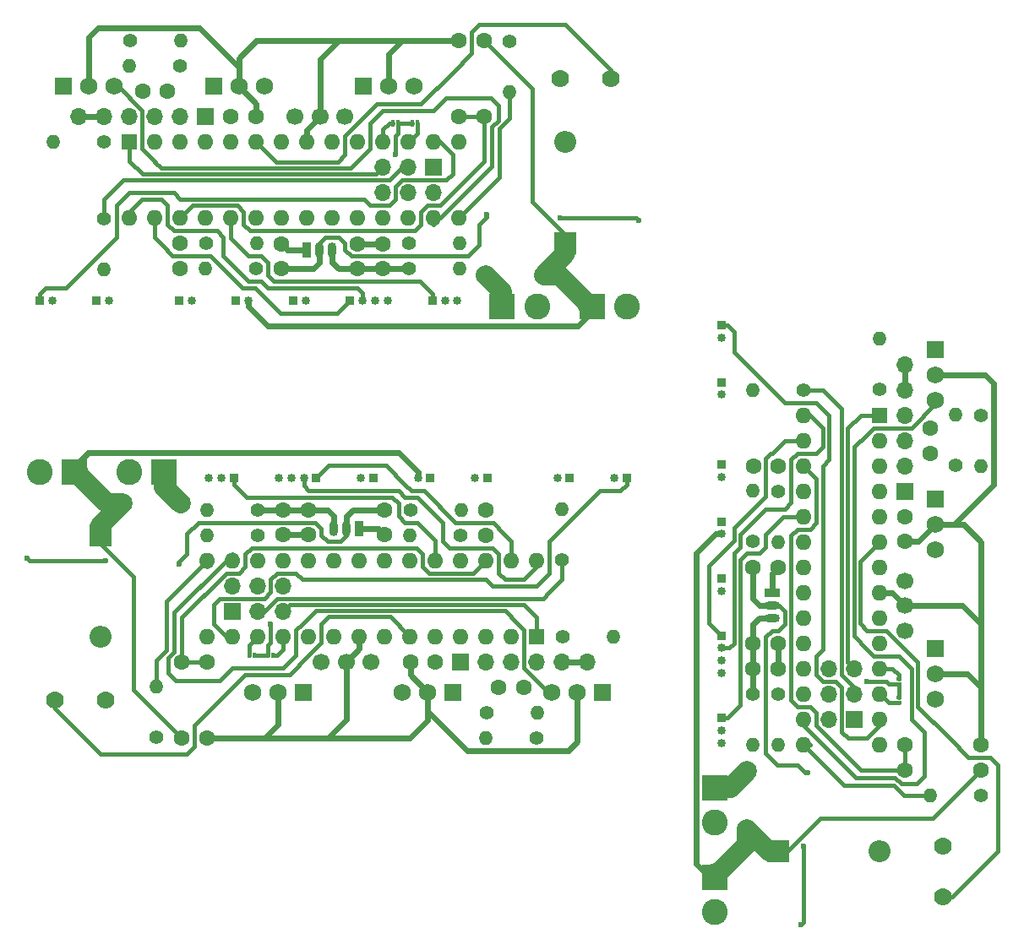
<source format=gtl>
%MOIN*%
%OFA0B0*%
%FSLAX46Y46*%
%IPPOS*%
%LPD*%
%AMREC210*
4,1,3,
0.043307086614173228,0.043307086614173242,
-0.043307086614173242,0.043307086614173228,
-0.043307086614173228,-0.043307086614173242,
0.043307086614173242,-0.043307086614173228,
0*%
%AMREC220*
4,1,3,
0.033464566929133854,0.033464566929133861,
-0.033464566929133861,0.033464566929133854,
-0.033464566929133854,-0.033464566929133861,
0.033464566929133861,-0.033464566929133854,
0*%
%AMREC230*
4,1,3,
0.03444881889763779,0.0344488188976378,
-0.0344488188976378,0.03444881889763779,
-0.03444881889763779,-0.0344488188976378,
0.0344488188976378,-0.03444881889763779,
0*%
%AMREC240*
4,1,3,
0.031496062992125984,0.031496062992125991,
-0.031496062992125991,0.031496062992125984,
-0.031496062992125984,-0.031496062992125991,
0.031496062992125991,-0.031496062992125984,
0*%
%AMREC250*
4,1,3,
0.051181102362204724,0.051181102362204738,
-0.051181102362204738,0.051181102362204724,
-0.051181102362204724,-0.051181102362204738,
0.051181102362204738,-0.051181102362204724,
0*%
%AMREC260*
4,1,3,
0.017716535433070862,0.029527559055118113,
-0.017716535433070873,0.029527559055118113,
-0.017716535433070862,-0.029527559055118113,
0.017716535433070873,-0.029527559055118113,
0*%
%AMREC270*
4,1,3,
0.016732283464566927,0.016732283464566931,
-0.016732283464566931,0.016732283464566927,
-0.016732283464566927,-0.016732283464566931,
0.016732283464566931,-0.016732283464566927,
0*%
%AMREC280*
4,1,3,
0.007874015748031496,0.011811023622047244,
-0.0078740157480314977,0.011811023622047244,
-0.007874015748031496,-0.011811023622047244,
0.0078740157480314977,-0.011811023622047244,
0*%
%ADD10C,0.0039370078740157488*%
%ADD11R,0.086614173228346469X0.086614173228346469*%
%ADD12O,0.086614173228346469X0.086614173228346469*%
%ADD13C,0.07874015748031496*%
%ADD14C,0.07*%
%ADD15R,0.066929133858267723X0.066929133858267723*%
%ADD16O,0.066929133858267723X0.066929133858267723*%
%ADD17C,0.068897637795275593*%
%ADD18R,0.068897637795275593X0.068897637795275593*%
%ADD19R,0.062992125984251982X0.062992125984251982*%
%ADD20O,0.062992125984251982X0.062992125984251982*%
%ADD21R,0.10236220472440946X0.10236220472440946*%
%ADD22C,0.10236220472440946*%
%ADD23C,0.066929133858267723*%
%ADD24C,0.055118110236220472*%
%ADD25O,0.055118110236220472X0.055118110236220472*%
%ADD26C,0.062992125984251982*%
%ADD27O,0.035433070866141732X0.059055118110236227*%
%ADD28R,0.035433070866141732X0.059055118110236227*%
%ADD29R,0.033464566929133861X0.033464566929133861*%
%ADD30C,0.033464566929133861*%
%ADD31R,0.015748031496062995X0.023622047244094488*%
%ADD32C,0.023622047244094488*%
%ADD33C,0.016*%
%ADD34C,0.024000000000000004*%
%ADD35C,0.08*%
%ADD46C,0.0039370078740157488*%
%AMCOMP57*
4,1,3,
0.043307086614173228,0.043307086614173242,
-0.043307086614173242,0.043307086614173228,
-0.043307086614173228,-0.043307086614173242,
0.043307086614173242,-0.043307086614173228,
0*%
%ADD47COMP57*%
%ADD48O,0.086614173228346469X0.086614173228346469*%
%ADD49C,0.07874015748031496*%
%ADD50C,0.07*%
%AMCOMP58*
4,1,3,
0.033464566929133854,0.033464566929133861,
-0.033464566929133861,0.033464566929133854,
-0.033464566929133854,-0.033464566929133861,
0.033464566929133861,-0.033464566929133854,
0*%
%ADD51COMP58*%
%ADD52O,0.066929133858267723X0.066929133858267723*%
%ADD53C,0.068897637795275593*%
%AMCOMP59*
4,1,3,
0.03444881889763779,0.0344488188976378,
-0.0344488188976378,0.03444881889763779,
-0.03444881889763779,-0.0344488188976378,
0.0344488188976378,-0.03444881889763779,
0*%
%ADD54COMP59*%
%AMCOMP60*
4,1,3,
0.031496062992125984,0.031496062992125991,
-0.031496062992125991,0.031496062992125984,
-0.031496062992125984,-0.031496062992125991,
0.031496062992125991,-0.031496062992125984,
0*%
%ADD55COMP60*%
%ADD56O,0.062992125984251982X0.062992125984251982*%
%AMCOMP61*
4,1,3,
0.051181102362204724,0.051181102362204738,
-0.051181102362204738,0.051181102362204724,
-0.051181102362204724,-0.051181102362204738,
0.051181102362204738,-0.051181102362204724,
0*%
%ADD57COMP61*%
%ADD58C,0.10236220472440946*%
%ADD59C,0.066929133858267723*%
%ADD60C,0.055118110236220472*%
%ADD61O,0.055118110236220472X0.055118110236220472*%
%ADD62C,0.062992125984251982*%
%ADD63O,0.035433070866141732X0.059055118110236227*%
%AMCOMP62*
4,1,3,
0.017716535433070862,0.029527559055118113,
-0.017716535433070873,0.029527559055118113,
-0.017716535433070862,-0.029527559055118113,
0.017716535433070873,-0.029527559055118113,
0*%
%ADD64COMP62*%
%AMCOMP63*
4,1,3,
0.016732283464566927,0.016732283464566931,
-0.016732283464566931,0.016732283464566927,
-0.016732283464566927,-0.016732283464566931,
0.016732283464566931,-0.016732283464566927,
0*%
%ADD65COMP63*%
%ADD66C,0.033464566929133861*%
%AMCOMP64*
4,1,3,
0.007874015748031496,0.011811023622047244,
-0.0078740157480314977,0.011811023622047244,
-0.007874015748031496,-0.011811023622047244,
0.0078740157480314977,-0.011811023622047244,
0*%
%ADD67COMP64*%
%ADD68C,0.023622047244094488*%
%ADD69C,0.016*%
%ADD70C,0.024000000000000004*%
%ADD71C,0.08*%
%ADD72C,0.0039370078740157488*%
%ADD73R,0.086614173228346469X0.086614173228346469*%
%ADD74O,0.086614173228346469X0.086614173228346469*%
%ADD75C,0.07874015748031496*%
%ADD76C,0.07*%
%ADD77R,0.066929133858267723X0.066929133858267723*%
%ADD78O,0.066929133858267723X0.066929133858267723*%
%ADD79C,0.068897637795275593*%
%ADD80R,0.068897637795275593X0.068897637795275593*%
%ADD81R,0.062992125984251982X0.062992125984251982*%
%ADD82O,0.062992125984251982X0.062992125984251982*%
%ADD83R,0.10236220472440946X0.10236220472440946*%
%ADD84C,0.10236220472440946*%
%ADD85C,0.066929133858267723*%
%ADD86C,0.055118110236220472*%
%ADD87O,0.055118110236220472X0.055118110236220472*%
%ADD88C,0.062992125984251982*%
%ADD89O,0.059055118110236227X0.035433070866141732*%
%ADD90R,0.059055118110236227X0.035433070866141732*%
%ADD91R,0.033464566929133861X0.033464566929133861*%
%ADD92C,0.033464566929133861*%
%ADD93R,0.023622047244094488X0.015748031496062995*%
%ADD94C,0.023622047244094488*%
%ADD95C,0.016*%
%ADD96C,0.024000000000000004*%
%ADD97C,0.08*%
G01*
D10*
D11*
X-0004606299Y0005275590D02*
X0000343307Y0001629330D03*
D12*
X0000343307Y0001229330D03*
D13*
X0000429133Y0001754330D03*
X0000657480Y0001754330D03*
D14*
X0000363307Y0000979330D03*
X0000163307Y0000979330D03*
D15*
X0001763307Y0001129330D03*
D16*
X0001863307Y0001129330D03*
X0001963307Y0001129330D03*
X0002063307Y0001129330D03*
X0002163307Y0001129330D03*
X0002263307Y0001129330D03*
D17*
X0002122755Y0001009251D03*
X0002222755Y0001009251D03*
D18*
X0002322755Y0001009251D03*
D19*
X0002063307Y0001229330D03*
D20*
X0000763307Y0001529330D03*
X0001963307Y0001229330D03*
X0000863307Y0001529330D03*
X0001863307Y0001229330D03*
X0000963307Y0001529330D03*
X0001763307Y0001229330D03*
X0001063307Y0001529330D03*
X0001663307Y0001229330D03*
X0001163307Y0001529330D03*
X0001563307Y0001229330D03*
X0001263307Y0001529330D03*
X0001463307Y0001229330D03*
X0001363307Y0001529330D03*
X0001363307Y0001229330D03*
X0001463307Y0001529330D03*
X0001263307Y0001229330D03*
X0001563307Y0001529330D03*
X0001163307Y0001229330D03*
X0001663307Y0001529330D03*
X0001063307Y0001229330D03*
X0001763307Y0001529330D03*
X0000963307Y0001229330D03*
X0001863307Y0001529330D03*
X0000863307Y0001229330D03*
X0001963307Y0001529330D03*
X0000763307Y0001229330D03*
X0002063307Y0001529330D03*
D21*
X0000593307Y0001879330D03*
D22*
X0000455511Y0001879330D03*
D21*
X0000238307Y0001879330D03*
D22*
X0000100511Y0001879330D03*
D23*
X0001213307Y0001129330D03*
X0001311732Y0001129330D03*
X0001410157Y0001129330D03*
D24*
X0001864881Y0000929330D03*
D25*
X0002064881Y0000929330D03*
D24*
X0002061732Y0000829330D03*
D25*
X0001861732Y0000829330D03*
D26*
X0001463307Y0001729330D03*
X0001463307Y0001630905D03*
X0001163307Y0001729330D03*
X0001163307Y0001630905D03*
X0001663307Y0001129330D03*
X0001564881Y0001129330D03*
D27*
X0001313307Y0001654330D03*
X0001263307Y0001654330D03*
D28*
X0001363307Y0001654330D03*
D26*
X0001063307Y0001729330D03*
X0001063307Y0001630905D03*
X0001913307Y0001029330D03*
X0002011732Y0001029330D03*
D24*
X0002164881Y0001229330D03*
D25*
X0002364881Y0001229330D03*
D26*
X0001863307Y0001629330D03*
X0001863307Y0001727755D03*
D24*
X0001564881Y0001729330D03*
D25*
X0001764881Y0001729330D03*
D24*
X0001761732Y0001629330D03*
D25*
X0001561732Y0001629330D03*
D17*
X0001532204Y0001009251D03*
X0001632204Y0001009251D03*
D18*
X0001732204Y0001009251D03*
D17*
X0000941653Y0001009251D03*
X0001041653Y0001009251D03*
D18*
X0001141653Y0001009251D03*
D24*
X0000961732Y0001629330D03*
D25*
X0000761732Y0001629330D03*
D24*
X0000961732Y0001729330D03*
D25*
X0000761732Y0001729330D03*
D24*
X0002163307Y0001530905D03*
D25*
X0002163307Y0001730905D03*
D26*
X0000663307Y0001129330D03*
X0000663307Y0000829330D03*
X0000763307Y0001129330D03*
X0000763307Y0000829330D03*
D24*
X0000563307Y0000830905D03*
D25*
X0000563307Y0001030905D03*
D15*
X0000863307Y0001329330D03*
D16*
X0000863307Y0001429330D03*
X0000963307Y0001329330D03*
X0000963307Y0001429330D03*
X0001063307Y0001329330D03*
X0001063307Y0001429330D03*
D29*
X0001643307Y0001854330D03*
D30*
X0001594094Y0001854330D03*
D29*
X0001193307Y0001854330D03*
D30*
X0001144094Y0001854330D03*
X0001094881Y0001854330D03*
X0001045669Y0001854330D03*
D29*
X0001418307Y0001854330D03*
D30*
X0001369094Y0001854330D03*
D29*
X0002418307Y0001854330D03*
D30*
X0002369094Y0001854330D03*
D29*
X0001868307Y0001854330D03*
D30*
X0001819094Y0001854330D03*
D29*
X0000868307Y0001854330D03*
D30*
X0000819094Y0001854330D03*
X0000769881Y0001854330D03*
D31*
X0000928464Y0001154330D03*
X0000948149Y0001154330D03*
D29*
X0002193307Y0001854330D03*
D30*
X0002144094Y0001854330D03*
D31*
X0001023149Y0001154330D03*
X0001003464Y0001154330D03*
D32*
X0001013307Y0001279330D03*
X0000053307Y0001539330D03*
X0000363307Y0001529330D03*
X0000653307Y0001514330D03*
D33*
X0002063307Y0001229330D02*
X0002063307Y0001304330D01*
X0001089432Y0001355456D02*
X0001063307Y0001329330D01*
X0002012181Y0001355456D02*
X0001089432Y0001355456D01*
X0002063307Y0001304330D02*
X0002012181Y0001355456D01*
X0002063307Y0001254330D02*
X0002063307Y0001229330D01*
X0001003464Y0001154330D02*
X0001003464Y0001194488D01*
X0001013307Y0001204330D02*
X0001013307Y0001279330D01*
X0001003464Y0001194488D02*
X0001013307Y0001204330D01*
X0001003464Y0001154330D02*
X0000948149Y0001154330D01*
D34*
X0001363307Y0001654330D02*
X0001439881Y0001654330D01*
X0001439881Y0001654330D02*
X0001463307Y0001630905D01*
X0001063307Y0001630905D02*
X0001163307Y0001630905D01*
X0001311732Y0001129330D02*
X0001311732Y0000902755D01*
X0001311732Y0000902755D02*
X0001238307Y0000829330D01*
X0001363307Y0001229330D02*
X0001363307Y0001180905D01*
X0001363307Y0001180905D02*
X0001311732Y0001129330D01*
X0001041653Y0001009251D02*
X0001041653Y0000882677D01*
X0001041653Y0000882677D02*
X0000988307Y0000829330D01*
X0001632204Y0001009251D02*
X0001632204Y0000898228D01*
X0001632204Y0000898228D02*
X0001563307Y0000829330D01*
X0001563307Y0000829330D02*
X0001238307Y0000829330D01*
X0001238307Y0000829330D02*
X0000988307Y0000829330D01*
X0000988307Y0000829330D02*
X0000763307Y0000829330D01*
X0002222755Y0001009251D02*
X0002222755Y0000813779D01*
X0001632204Y0000935433D02*
X0001632204Y0001009251D01*
X0001788307Y0000779330D02*
X0001632204Y0000935433D01*
X0002188307Y0000779330D02*
X0001788307Y0000779330D01*
X0002222755Y0000813779D02*
X0002188307Y0000779330D01*
X0002263307Y0001129330D02*
X0002163307Y0001129330D01*
X0002213307Y0001018700D02*
X0002222755Y0001009251D01*
X0001564881Y0001129330D02*
X0001564881Y0001076574D01*
X0001564881Y0001076574D02*
X0001632204Y0001009251D01*
D33*
X0001663307Y0001529330D02*
X0001663307Y0001609330D01*
X0001518307Y0001754330D02*
X0001493307Y0001779330D01*
X0001518307Y0001704330D02*
X0001518307Y0001754330D01*
X0001543307Y0001679330D02*
X0001518307Y0001704330D01*
X0001593307Y0001679330D02*
X0001543307Y0001679330D01*
X0001663307Y0001609330D02*
X0001593307Y0001679330D01*
X0000943307Y0001779330D02*
X0000918307Y0001779330D01*
X0000868307Y0001829330D02*
X0000868307Y0001854330D01*
X0000918307Y0001779330D02*
X0000868307Y0001829330D01*
X0000938307Y0001779330D02*
X0000943307Y0001779330D01*
X0000943307Y0001779330D02*
X0001493307Y0001779330D01*
X0000663307Y0001179330D02*
X0000663307Y0001304330D01*
X0000663307Y0001129330D02*
X0000663307Y0001179330D01*
X0000663307Y0001304330D02*
X0000838307Y0001479330D01*
X0000763307Y0001129330D02*
X0000663307Y0001129330D01*
X0000988307Y0001579330D02*
X0000938307Y0001579330D01*
X0000888307Y0001479330D02*
X0000838307Y0001479330D01*
X0000913307Y0001504330D02*
X0000888307Y0001479330D01*
X0000913307Y0001554330D02*
X0000913307Y0001504330D01*
X0000938307Y0001579330D02*
X0000913307Y0001554330D01*
X0001863307Y0001529330D02*
X0001813307Y0001479330D01*
X0001638307Y0001479330D02*
X0001813307Y0001479330D01*
X0001613307Y0001504330D02*
X0001638307Y0001479330D01*
X0001613307Y0001554330D02*
X0001613307Y0001504330D01*
X0001588307Y0001579330D02*
X0001613307Y0001554330D01*
X0000988307Y0001579330D02*
X0001588307Y0001579330D01*
X0001543307Y0001829330D02*
X0001468307Y0001904330D01*
X0001243307Y0001904330D02*
X0001193307Y0001854330D01*
X0001468307Y0001904330D02*
X0001243307Y0001904330D01*
X0001618307Y0001804330D02*
X0001568307Y0001804330D01*
X0001568307Y0001804330D02*
X0001543307Y0001829330D01*
X0001913307Y0001654330D02*
X0001913307Y0001659330D01*
X0001743307Y0001679330D02*
X0001618307Y0001804330D01*
X0001893307Y0001679330D02*
X0001743307Y0001679330D01*
X0001913307Y0001659330D02*
X0001893307Y0001679330D01*
X0001963307Y0001604330D02*
X0001963307Y0001529330D01*
X0001913307Y0001654330D02*
X0001963307Y0001604330D01*
X0001188307Y0001804330D02*
X0001163307Y0001804330D01*
X0001518307Y0001804330D02*
X0001188307Y0001804330D01*
X0001718307Y0001579330D02*
X0001693307Y0001604330D01*
X0001693307Y0001604330D02*
X0001693307Y0001679330D01*
X0001693307Y0001679330D02*
X0001593307Y0001779330D01*
X0001843307Y0001579330D02*
X0001718307Y0001579330D01*
X0001543307Y0001779330D02*
X0001518307Y0001804330D01*
X0001593307Y0001779330D02*
X0001543307Y0001779330D01*
X0001144094Y0001823543D02*
X0001144094Y0001854330D01*
X0001163307Y0001804330D02*
X0001144094Y0001823543D01*
X0002063307Y0001529330D02*
X0002063307Y0001504330D01*
X0002063307Y0001504330D02*
X0002013307Y0001454330D01*
X0002013307Y0001454330D02*
X0001938307Y0001454330D01*
X0001938307Y0001454330D02*
X0001913307Y0001479330D01*
X0001913307Y0001479330D02*
X0001913307Y0001554330D01*
X0001913307Y0001554330D02*
X0001888307Y0001579330D01*
X0001888307Y0001579330D02*
X0001843307Y0001579330D01*
X0001843307Y0001579330D02*
X0001838307Y0001579330D01*
X0002063307Y0001529330D02*
X0002063307Y0001504330D01*
X0000063307Y0001529330D02*
X0000053307Y0001539330D01*
X0000063307Y0001529330D02*
X0000363307Y0001529330D01*
X0000563307Y0001030905D02*
X0000563307Y0001134330D01*
X0000603307Y0001369330D02*
X0000763307Y0001529330D01*
X0000603307Y0001174330D02*
X0000603307Y0001369330D01*
X0000563307Y0001134330D02*
X0000603307Y0001174330D01*
X0000763307Y0001529330D02*
X0000763307Y0001504330D01*
X0002418307Y0001854330D02*
X0002418307Y0001829330D01*
X0002393307Y0001804330D02*
X0002313307Y0001804330D01*
X0002418307Y0001829330D02*
X0002393307Y0001804330D01*
X0000863307Y0001229330D02*
X0000838307Y0001229330D01*
X0000838307Y0001229330D02*
X0000788307Y0001279330D01*
X0000788307Y0001279330D02*
X0000788307Y0001354330D01*
X0000788307Y0001354330D02*
X0000813307Y0001379330D01*
X0000813307Y0001379330D02*
X0000938307Y0001379330D01*
X0000938307Y0001379330D02*
X0000988307Y0001379330D01*
X0002063307Y0001429330D02*
X0002113307Y0001479330D01*
X0001888307Y0001429330D02*
X0002063307Y0001429330D01*
X0001863307Y0001454330D02*
X0001888307Y0001429330D01*
X0001738307Y0001454330D02*
X0001863307Y0001454330D01*
X0001138307Y0001454330D02*
X0001738307Y0001454330D01*
X0001113307Y0001479330D02*
X0001138307Y0001454330D01*
X0001038307Y0001479330D02*
X0001113307Y0001479330D01*
X0001013307Y0001454330D02*
X0001038307Y0001479330D01*
X0001013307Y0001404330D02*
X0001013307Y0001454330D01*
X0000988307Y0001379330D02*
X0001013307Y0001404330D01*
X0002113307Y0001604330D02*
X0002313307Y0001804330D01*
X0002113307Y0001479330D02*
X0002113307Y0001604330D01*
X0000928464Y0001154330D02*
X0000928464Y0001194488D01*
X0000928464Y0001194488D02*
X0000963307Y0001229330D01*
X0001063307Y0001229330D02*
X0001063307Y0001179330D01*
X0001038307Y0001154330D02*
X0001023149Y0001154330D01*
X0001063307Y0001179330D02*
X0001038307Y0001154330D01*
X0000163307Y0000979330D02*
X0000163307Y0000944330D01*
X0000163307Y0000944330D02*
X0000343307Y0000764330D01*
X0000343307Y0000764330D02*
X0000683307Y0000764330D01*
X0000683307Y0000764330D02*
X0000713307Y0000794330D01*
X0000713307Y0000794330D02*
X0000713307Y0000879330D01*
X0000713307Y0000879330D02*
X0000788307Y0000954330D01*
X0001163307Y0001154330D02*
X0001088307Y0001079330D01*
X0001563307Y0001229330D02*
X0001484929Y0001307708D01*
X0001241684Y0001307708D02*
X0001484929Y0001307708D01*
X0001213307Y0001279330D02*
X0001241684Y0001307708D01*
X0001213307Y0001204330D02*
X0001213307Y0001279330D01*
X0001163307Y0001154330D02*
X0001213307Y0001204330D01*
X0001088307Y0001079330D02*
X0000913307Y0001079330D01*
X0000788307Y0000954330D02*
X0000913307Y0001079330D01*
X0000963307Y0001329330D02*
X0000988307Y0001329330D01*
X0000988307Y0001329330D02*
X0001038307Y0001379330D01*
X0002088307Y0001379330D02*
X0002113307Y0001404330D01*
X0001038307Y0001379330D02*
X0002088307Y0001379330D01*
X0002113307Y0001404330D02*
X0002163307Y0001454330D01*
X0002163307Y0001530905D02*
X0002163307Y0001454330D01*
D34*
X0001163307Y0001729330D02*
X0001238307Y0001729330D01*
X0001263307Y0001704330D02*
X0001263307Y0001654330D01*
X0001238307Y0001729330D02*
X0001263307Y0001704330D01*
X0001063307Y0001729330D02*
X0001163307Y0001729330D01*
X0000961732Y0001729330D02*
X0001063307Y0001729330D01*
D33*
X0000638307Y0001054330D02*
X0000608307Y0001084330D01*
X0000863307Y0001104330D02*
X0000813307Y0001054330D01*
X0000813307Y0001054330D02*
X0000638307Y0001054330D01*
X0001063307Y0001104330D02*
X0000863307Y0001104330D01*
X0000633307Y0001324330D02*
X0000838307Y0001529330D01*
X0000633307Y0001259330D02*
X0000633307Y0001324330D01*
X0000633307Y0001169330D02*
X0000633307Y0001259330D01*
X0000608307Y0001144330D02*
X0000633307Y0001169330D01*
X0000608307Y0001084330D02*
X0000608307Y0001144330D01*
X0000838307Y0001529330D02*
X0000863307Y0001529330D01*
X0000863307Y0001529330D02*
X0000838307Y0001529330D01*
X0001063307Y0001103204D02*
X0001063307Y0001104330D01*
X0000863307Y0001529330D02*
X0000863307Y0001554330D01*
X0001113307Y0001204330D02*
X0001113307Y0001154330D01*
X0001113307Y0001204330D02*
X0001113307Y0001254330D01*
X0001113307Y0001254330D02*
X0001138307Y0001279330D01*
X0001190558Y0001331582D02*
X0001138307Y0001279330D01*
X0001938307Y0001331582D02*
X0001190558Y0001331582D01*
X0001963307Y0001306582D02*
X0001938307Y0001331582D01*
X0001963307Y0001306582D02*
X0001963307Y0001304330D01*
X0001113307Y0001154330D02*
X0001063307Y0001104330D01*
X0002013307Y0001104330D02*
X0002108385Y0001009251D01*
X0001963307Y0001304330D02*
X0002013307Y0001254330D01*
X0002013307Y0001254330D02*
X0002013307Y0001104330D01*
X0001961055Y0001306582D02*
X0001963307Y0001304330D01*
X0002108385Y0001009251D02*
X0002122755Y0001009251D01*
D35*
X0000593307Y0001879330D02*
X0000593307Y0001818503D01*
X0000593307Y0001818503D02*
X0000657480Y0001754330D01*
D34*
X0000238307Y0001879330D02*
X0000238307Y0001899330D01*
X0000238307Y0001899330D02*
X0000293307Y0001954330D01*
X0001594094Y0001878543D02*
X0001594094Y0001854330D01*
X0001518307Y0001954330D02*
X0001594094Y0001878543D01*
X0000293307Y0001954330D02*
X0001518307Y0001954330D01*
D33*
X0000343307Y0001629330D02*
X0000343307Y0001594330D01*
X0000343307Y0001594330D02*
X0000473307Y0001464330D01*
X0000473307Y0001019330D02*
X0000663307Y0000829330D01*
X0000473307Y0001464330D02*
X0000473307Y0001019330D01*
D35*
X0000238307Y0001879330D02*
X0000243307Y0001879330D01*
X0000243307Y0001879330D02*
X0000368307Y0001754330D01*
X0000368307Y0001754330D02*
X0000429133Y0001754330D01*
X0000343307Y0001629330D02*
X0000343307Y0001668503D01*
X0000343307Y0001668503D02*
X0000429133Y0001754330D01*
D34*
X0000238307Y0001879330D02*
X0000238307Y0001889330D01*
D35*
X0000238307Y0001879330D02*
X0000254133Y0001879330D01*
D33*
X0000683307Y0001634330D02*
X0000728307Y0001679330D01*
X0000683307Y0001554330D02*
X0000683307Y0001634330D01*
X0000653307Y0001524330D02*
X0000683307Y0001554330D01*
X0001188307Y0001679330D02*
X0000728307Y0001679330D01*
X0001289432Y0001604330D02*
X0001238307Y0001604330D01*
X0001238307Y0001604330D02*
X0001213307Y0001629330D01*
X0001213307Y0001629330D02*
X0001213307Y0001654330D01*
X0001213307Y0001654330D02*
X0001188307Y0001679330D01*
X0001289432Y0001604330D02*
X0001313307Y0001628204D01*
X0000653307Y0001514330D02*
X0000653307Y0001524330D01*
X0001313307Y0001654330D02*
X0001313307Y0001628204D01*
D34*
X0001313307Y0001654330D02*
X0001313307Y0001704330D01*
X0001338307Y0001729330D02*
X0001463307Y0001729330D01*
X0001313307Y0001704330D02*
X0001338307Y0001729330D01*
G04 next file*
G04 #@! TF.FileFunction,Copper,L1,Top,Signal*
G04 Gerber Fmt 4.6, Leading zero omitted, Abs format (unit mm)*
G04 Created by KiCad (PCBNEW 4.0.7) date 08/08/19 19:02:58*
G01*
G04 APERTURE LIST*
G04 APERTURE END LIST*
D46*
D47*
X0007125984Y-0000866141D02*
X0002176377Y0002780118D03*
D48*
X0002176377Y0003180118D03*
D49*
X0002090551Y0002655118D03*
X0001862204Y0002655118D03*
D50*
X0002156377Y0003430118D03*
X0002356377Y0003430118D03*
D51*
X0000756377Y0003280118D03*
D52*
X0000656377Y0003280118D03*
X0000556377Y0003280118D03*
X0000456377Y0003280118D03*
X0000356377Y0003280118D03*
X0000256377Y0003280118D03*
D53*
X0000396929Y0003400196D03*
X0000296929Y0003400196D03*
D54*
X0000196929Y0003400196D03*
D55*
X0000456377Y0003180118D03*
D56*
X0001756377Y0002880118D03*
X0000556377Y0003180118D03*
X0001656377Y0002880118D03*
X0000656377Y0003180118D03*
X0001556377Y0002880118D03*
X0000756377Y0003180118D03*
X0001456377Y0002880118D03*
X0000856377Y0003180118D03*
X0001356377Y0002880118D03*
X0000956377Y0003180118D03*
X0001256377Y0002880118D03*
X0001056377Y0003180118D03*
X0001156377Y0002880118D03*
X0001156377Y0003180118D03*
X0001056377Y0002880118D03*
X0001256377Y0003180118D03*
X0000956377Y0002880118D03*
X0001356377Y0003180118D03*
X0000856377Y0002880118D03*
X0001456377Y0003180118D03*
X0000756377Y0002880118D03*
X0001556377Y0003180118D03*
X0000656377Y0002880118D03*
X0001656377Y0003180118D03*
X0000556377Y0002880118D03*
X0001756377Y0003180118D03*
X0000456377Y0002880118D03*
D57*
X0001926377Y0002530118D03*
D58*
X0002064173Y0002530118D03*
D57*
X0002281377Y0002530118D03*
D58*
X0002419173Y0002530118D03*
D59*
X0001306377Y0003280118D03*
X0001207952Y0003280118D03*
X0001109527Y0003280118D03*
D60*
X0000654803Y0003480118D03*
D61*
X0000454803Y0003480118D03*
D60*
X0000457952Y0003580118D03*
D61*
X0000657952Y0003580118D03*
D62*
X0001056377Y0002680118D03*
X0001056377Y0002778543D03*
X0001356377Y0002680118D03*
X0001356377Y0002778543D03*
X0000856377Y0003280118D03*
X0000954803Y0003280118D03*
D63*
X0001206377Y0002755118D03*
X0001256377Y0002755118D03*
D64*
X0001156377Y0002755118D03*
D62*
X0001456377Y0002680118D03*
X0001456377Y0002778543D03*
X0000606377Y0003380118D03*
X0000507952Y0003380118D03*
D60*
X0000354803Y0003180118D03*
D61*
X0000154803Y0003180118D03*
D62*
X0000656377Y0002780118D03*
X0000656377Y0002681692D03*
D60*
X0000954803Y0002680118D03*
D61*
X0000754803Y0002680118D03*
D60*
X0000757952Y0002780118D03*
D61*
X0000957952Y0002780118D03*
D53*
X0000987480Y0003400196D03*
X0000887480Y0003400196D03*
D54*
X0000787480Y0003400196D03*
D53*
X0001578031Y0003400196D03*
X0001478031Y0003400196D03*
D54*
X0001378031Y0003400196D03*
D60*
X0001557952Y0002780118D03*
D61*
X0001757952Y0002780118D03*
D60*
X0001557952Y0002680118D03*
D61*
X0001757952Y0002680118D03*
D60*
X0000356377Y0002878543D03*
D61*
X0000356377Y0002678543D03*
D62*
X0001856377Y0003280118D03*
X0001856377Y0003580118D03*
X0001756377Y0003280118D03*
X0001756377Y0003580118D03*
D60*
X0001956377Y0003578543D03*
D61*
X0001956377Y0003378543D03*
D51*
X0001656377Y0003080118D03*
D52*
X0001656377Y0002980118D03*
X0001556377Y0003080118D03*
X0001556377Y0002980118D03*
X0001456377Y0003080118D03*
X0001456377Y0002980118D03*
D65*
X0000876377Y0002555118D03*
D66*
X0000925590Y0002555118D03*
D65*
X0001326377Y0002555118D03*
D66*
X0001375590Y0002555118D03*
X0001424803Y0002555118D03*
X0001474015Y0002555118D03*
D65*
X0001101377Y0002555118D03*
D66*
X0001150590Y0002555118D03*
D65*
X0000101377Y0002555118D03*
D66*
X0000150590Y0002555118D03*
D65*
X0000651377Y0002555118D03*
D66*
X0000700590Y0002555118D03*
D65*
X0001651377Y0002555118D03*
D66*
X0001700590Y0002555118D03*
X0001749803Y0002555118D03*
D67*
X0001591220Y0003255118D03*
X0001571535Y0003255118D03*
D65*
X0000326377Y0002555118D03*
D66*
X0000375590Y0002555118D03*
D67*
X0001496535Y0003255118D03*
X0001516220Y0003255118D03*
D68*
X0001506377Y0003130118D03*
X0002466377Y0002870118D03*
X0002156377Y0002880118D03*
X0001866377Y0002895118D03*
D69*
X0000456377Y0003180118D02*
X0000456377Y0003105118D01*
X0001430252Y0003053992D02*
X0001456377Y0003080118D01*
X0000507503Y0003053992D02*
X0001430252Y0003053992D01*
X0000456377Y0003105118D02*
X0000507503Y0003053992D01*
X0000456377Y0003155118D02*
X0000456377Y0003180118D01*
X0001516220Y0003255118D02*
X0001516220Y0003214960D01*
X0001506377Y0003205118D02*
X0001506377Y0003130118D01*
X0001516220Y0003214960D02*
X0001506377Y0003205118D01*
X0001516220Y0003255118D02*
X0001571535Y0003255118D01*
D70*
X0001156377Y0002755118D02*
X0001079803Y0002755118D01*
X0001079803Y0002755118D02*
X0001056377Y0002778543D01*
X0001456377Y0002778543D02*
X0001356377Y0002778543D01*
X0001207952Y0003280118D02*
X0001207952Y0003506692D01*
X0001207952Y0003506692D02*
X0001281377Y0003580118D01*
X0001156377Y0003180118D02*
X0001156377Y0003228543D01*
X0001156377Y0003228543D02*
X0001207952Y0003280118D01*
X0001478031Y0003400196D02*
X0001478031Y0003526771D01*
X0001478031Y0003526771D02*
X0001531377Y0003580118D01*
X0000887480Y0003400196D02*
X0000887480Y0003511220D01*
X0000887480Y0003511220D02*
X0000956377Y0003580118D01*
X0000956377Y0003580118D02*
X0001281377Y0003580118D01*
X0001281377Y0003580118D02*
X0001531377Y0003580118D01*
X0001531377Y0003580118D02*
X0001756377Y0003580118D01*
X0000296929Y0003400196D02*
X0000296929Y0003595669D01*
X0000887480Y0003474015D02*
X0000887480Y0003400196D01*
X0000731377Y0003630118D02*
X0000887480Y0003474015D01*
X0000331377Y0003630118D02*
X0000731377Y0003630118D01*
X0000296929Y0003595669D02*
X0000331377Y0003630118D01*
X0000256377Y0003280118D02*
X0000356377Y0003280118D01*
X0000306377Y0003390747D02*
X0000296929Y0003400196D01*
X0000954803Y0003280118D02*
X0000954803Y0003332873D01*
X0000954803Y0003332873D02*
X0000887480Y0003400196D01*
D69*
X0000856377Y0002880118D02*
X0000856377Y0002800118D01*
X0001001377Y0002655118D02*
X0001026377Y0002630118D01*
X0001001377Y0002705118D02*
X0001001377Y0002655118D01*
X0000976377Y0002730118D02*
X0001001377Y0002705118D01*
X0000926377Y0002730118D02*
X0000976377Y0002730118D01*
X0000856377Y0002800118D02*
X0000926377Y0002730118D01*
X0001576377Y0002630118D02*
X0001601377Y0002630118D01*
X0001651377Y0002580118D02*
X0001651377Y0002555118D01*
X0001601377Y0002630118D02*
X0001651377Y0002580118D01*
X0001581377Y0002630118D02*
X0001576377Y0002630118D01*
X0001576377Y0002630118D02*
X0001026377Y0002630118D01*
X0001856377Y0003230118D02*
X0001856377Y0003105118D01*
X0001856377Y0003280118D02*
X0001856377Y0003230118D01*
X0001856377Y0003105118D02*
X0001681377Y0002930118D01*
X0001756377Y0003280118D02*
X0001856377Y0003280118D01*
X0001531377Y0002830118D02*
X0001581377Y0002830118D01*
X0001631377Y0002930118D02*
X0001681377Y0002930118D01*
X0001606377Y0002905118D02*
X0001631377Y0002930118D01*
X0001606377Y0002855118D02*
X0001606377Y0002905118D01*
X0001581377Y0002830118D02*
X0001606377Y0002855118D01*
X0000656377Y0002880118D02*
X0000706377Y0002930118D01*
X0000881377Y0002930118D02*
X0000706377Y0002930118D01*
X0000906377Y0002905118D02*
X0000881377Y0002930118D01*
X0000906377Y0002855118D02*
X0000906377Y0002905118D01*
X0000931377Y0002830118D02*
X0000906377Y0002855118D01*
X0001531377Y0002830118D02*
X0000931377Y0002830118D01*
X0000976377Y0002580118D02*
X0001051377Y0002505118D01*
X0001276377Y0002505118D02*
X0001326377Y0002555118D01*
X0001051377Y0002505118D02*
X0001276377Y0002505118D01*
X0000901377Y0002605118D02*
X0000951377Y0002605118D01*
X0000951377Y0002605118D02*
X0000976377Y0002580118D01*
X0000606377Y0002755118D02*
X0000606377Y0002750118D01*
X0000776377Y0002730118D02*
X0000901377Y0002605118D01*
X0000626377Y0002730118D02*
X0000776377Y0002730118D01*
X0000606377Y0002750118D02*
X0000626377Y0002730118D01*
X0000556377Y0002805118D02*
X0000556377Y0002880118D01*
X0000606377Y0002755118D02*
X0000556377Y0002805118D01*
X0001331377Y0002605118D02*
X0001356377Y0002605118D01*
X0001001377Y0002605118D02*
X0001331377Y0002605118D01*
X0000801377Y0002830118D02*
X0000826377Y0002805118D01*
X0000826377Y0002805118D02*
X0000826377Y0002730118D01*
X0000826377Y0002730118D02*
X0000926377Y0002630118D01*
X0000676377Y0002830118D02*
X0000801377Y0002830118D01*
X0000976377Y0002630118D02*
X0001001377Y0002605118D01*
X0000926377Y0002630118D02*
X0000976377Y0002630118D01*
X0001375590Y0002585905D02*
X0001375590Y0002555118D01*
X0001356377Y0002605118D02*
X0001375590Y0002585905D01*
X0000456377Y0002880118D02*
X0000456377Y0002905118D01*
X0000456377Y0002905118D02*
X0000506377Y0002955118D01*
X0000506377Y0002955118D02*
X0000581377Y0002955118D01*
X0000581377Y0002955118D02*
X0000606377Y0002930118D01*
X0000606377Y0002930118D02*
X0000606377Y0002855118D01*
X0000606377Y0002855118D02*
X0000631377Y0002830118D01*
X0000631377Y0002830118D02*
X0000676377Y0002830118D01*
X0000676377Y0002830118D02*
X0000681377Y0002830118D01*
X0000456377Y0002880118D02*
X0000456377Y0002905118D01*
X0002456377Y0002880118D02*
X0002466377Y0002870118D01*
X0002456377Y0002880118D02*
X0002156377Y0002880118D01*
X0001956377Y0003378543D02*
X0001956377Y0003275118D01*
X0001916377Y0003040118D02*
X0001756377Y0002880118D01*
X0001916377Y0003235118D02*
X0001916377Y0003040118D01*
X0001956377Y0003275118D02*
X0001916377Y0003235118D01*
X0001756377Y0002880118D02*
X0001756377Y0002905118D01*
X0000101377Y0002555118D02*
X0000101377Y0002580118D01*
X0000126377Y0002605118D02*
X0000206377Y0002605118D01*
X0000101377Y0002580118D02*
X0000126377Y0002605118D01*
X0001656377Y0003180118D02*
X0001681377Y0003180118D01*
X0001681377Y0003180118D02*
X0001731377Y0003130118D01*
X0001731377Y0003130118D02*
X0001731377Y0003055118D01*
X0001731377Y0003055118D02*
X0001706377Y0003030118D01*
X0001706377Y0003030118D02*
X0001581377Y0003030118D01*
X0001581377Y0003030118D02*
X0001531377Y0003030118D01*
X0000456377Y0002980118D02*
X0000406377Y0002930118D01*
X0000631377Y0002980118D02*
X0000456377Y0002980118D01*
X0000656377Y0002955118D02*
X0000631377Y0002980118D01*
X0000781377Y0002955118D02*
X0000656377Y0002955118D01*
X0001381377Y0002955118D02*
X0000781377Y0002955118D01*
X0001406377Y0002930118D02*
X0001381377Y0002955118D01*
X0001481377Y0002930118D02*
X0001406377Y0002930118D01*
X0001506377Y0002955118D02*
X0001481377Y0002930118D01*
X0001506377Y0003005118D02*
X0001506377Y0002955118D01*
X0001531377Y0003030118D02*
X0001506377Y0003005118D01*
X0000406377Y0002805118D02*
X0000206377Y0002605118D01*
X0000406377Y0002930118D02*
X0000406377Y0002805118D01*
X0001591220Y0003255118D02*
X0001591220Y0003214960D01*
X0001591220Y0003214960D02*
X0001556377Y0003180118D01*
X0001456377Y0003180118D02*
X0001456377Y0003230118D01*
X0001481377Y0003255118D02*
X0001496535Y0003255118D01*
X0001456377Y0003230118D02*
X0001481377Y0003255118D01*
X0002356377Y0003430118D02*
X0002356377Y0003465118D01*
X0002356377Y0003465118D02*
X0002176377Y0003645118D01*
X0002176377Y0003645118D02*
X0001836377Y0003645118D01*
X0001836377Y0003645118D02*
X0001806377Y0003615118D01*
X0001806377Y0003615118D02*
X0001806377Y0003530118D01*
X0001806377Y0003530118D02*
X0001731377Y0003455118D01*
X0001356377Y0003255118D02*
X0001431377Y0003330118D01*
X0000956377Y0003180118D02*
X0001034755Y0003101740D01*
X0001278000Y0003101740D02*
X0001034755Y0003101740D01*
X0001306377Y0003130118D02*
X0001278000Y0003101740D01*
X0001306377Y0003205118D02*
X0001306377Y0003130118D01*
X0001356377Y0003255118D02*
X0001306377Y0003205118D01*
X0001431377Y0003330118D02*
X0001606377Y0003330118D01*
X0001731377Y0003455118D02*
X0001606377Y0003330118D01*
X0001556377Y0003080118D02*
X0001531377Y0003080118D01*
X0001531377Y0003080118D02*
X0001481377Y0003030118D01*
X0000431377Y0003030118D02*
X0000406377Y0003005118D01*
X0001481377Y0003030118D02*
X0000431377Y0003030118D01*
X0000406377Y0003005118D02*
X0000356377Y0002955118D01*
X0000356377Y0002878543D02*
X0000356377Y0002955118D01*
D70*
X0001356377Y0002680118D02*
X0001281377Y0002680118D01*
X0001256377Y0002705118D02*
X0001256377Y0002755118D01*
X0001281377Y0002680118D02*
X0001256377Y0002705118D01*
X0001456377Y0002680118D02*
X0001356377Y0002680118D01*
X0001557952Y0002680118D02*
X0001456377Y0002680118D01*
D69*
X0001881377Y0003355118D02*
X0001911377Y0003325118D01*
X0001656377Y0003305118D02*
X0001706377Y0003355118D01*
X0001706377Y0003355118D02*
X0001881377Y0003355118D01*
X0001456377Y0003305118D02*
X0001656377Y0003305118D01*
X0001886377Y0003085118D02*
X0001681377Y0002880118D01*
X0001886377Y0003150118D02*
X0001886377Y0003085118D01*
X0001886377Y0003240118D02*
X0001886377Y0003150118D01*
X0001911377Y0003265118D02*
X0001886377Y0003240118D01*
X0001911377Y0003325118D02*
X0001911377Y0003265118D01*
X0001681377Y0002880118D02*
X0001656377Y0002880118D01*
X0001656377Y0002880118D02*
X0001681377Y0002880118D01*
X0001456377Y0003306243D02*
X0001456377Y0003305118D01*
X0001656377Y0002880118D02*
X0001656377Y0002855118D01*
X0001406377Y0003205118D02*
X0001406377Y0003255118D01*
X0001406377Y0003205118D02*
X0001406377Y0003155118D01*
X0001406377Y0003155118D02*
X0001381377Y0003130118D01*
X0001329126Y0003077866D02*
X0001381377Y0003130118D01*
X0000581377Y0003077866D02*
X0001329126Y0003077866D01*
X0000556377Y0003102866D02*
X0000581377Y0003077866D01*
X0000556377Y0003102866D02*
X0000556377Y0003105118D01*
X0001406377Y0003255118D02*
X0001456377Y0003305118D01*
X0000506377Y0003305118D02*
X0000411299Y0003400196D01*
X0000556377Y0003105118D02*
X0000506377Y0003155118D01*
X0000506377Y0003155118D02*
X0000506377Y0003305118D01*
X0000558629Y0003102866D02*
X0000556377Y0003105118D01*
X0000411299Y0003400196D02*
X0000396929Y0003400196D01*
D71*
X0001926377Y0002530118D02*
X0001926377Y0002590944D01*
X0001926377Y0002590944D02*
X0001862204Y0002655118D01*
D70*
X0002281377Y0002530118D02*
X0002281377Y0002510118D01*
X0002281377Y0002510118D02*
X0002226377Y0002455118D01*
X0000925590Y0002530905D02*
X0000925590Y0002555118D01*
X0001001377Y0002455118D02*
X0000925590Y0002530905D01*
X0002226377Y0002455118D02*
X0001001377Y0002455118D01*
D69*
X0002176377Y0002780118D02*
X0002176377Y0002815118D01*
X0002176377Y0002815118D02*
X0002046377Y0002945118D01*
X0002046377Y0003390118D02*
X0001856377Y0003580118D01*
X0002046377Y0002945118D02*
X0002046377Y0003390118D01*
D71*
X0002281377Y0002530118D02*
X0002276377Y0002530118D01*
X0002276377Y0002530118D02*
X0002151377Y0002655118D01*
X0002151377Y0002655118D02*
X0002090551Y0002655118D01*
X0002176377Y0002780118D02*
X0002176377Y0002740944D01*
X0002176377Y0002740944D02*
X0002090551Y0002655118D01*
D70*
X0002281377Y0002530118D02*
X0002281377Y0002520118D01*
D71*
X0002281377Y0002530118D02*
X0002265551Y0002530118D01*
D69*
X0001836377Y0002775118D02*
X0001791377Y0002730118D01*
X0001836377Y0002855118D02*
X0001836377Y0002775118D01*
X0001866377Y0002885118D02*
X0001836377Y0002855118D01*
X0001331377Y0002730118D02*
X0001791377Y0002730118D01*
X0001230252Y0002805118D02*
X0001281377Y0002805118D01*
X0001281377Y0002805118D02*
X0001306377Y0002780118D01*
X0001306377Y0002780118D02*
X0001306377Y0002755118D01*
X0001306377Y0002755118D02*
X0001331377Y0002730118D01*
X0001230252Y0002805118D02*
X0001206377Y0002781243D01*
X0001866377Y0002895118D02*
X0001866377Y0002885118D01*
X0001206377Y0002755118D02*
X0001206377Y0002781243D01*
D70*
X0001206377Y0002755118D02*
X0001206377Y0002705118D01*
X0001181377Y0002680118D02*
X0001056377Y0002680118D01*
X0001206377Y0002705118D02*
X0001181377Y0002680118D01*
G04 next file*
G04 #@! TF.FileFunction,Copper,L1,Top,Signal*
G04 Gerber Fmt 4.6, Leading zero omitted, Abs format (unit mm)*
G04 Created by KiCad (PCBNEW 4.0.7) date 08/08/19 19:02:58*
G01*
G04 APERTURE LIST*
G04 APERTURE END LIST*
D72*
D73*
X-0000629921Y-0004566929D02*
X0003016338Y0000382677D03*
D74*
X0003416338Y0000382677D03*
D75*
X0002891338Y0000468503D03*
X0002891338Y0000696850D03*
D76*
X0003666338Y0000402677D03*
X0003666338Y0000202677D03*
D77*
X0003516338Y0001802677D03*
D78*
X0003516338Y0001902677D03*
X0003516338Y0002002677D03*
X0003516338Y0002102677D03*
X0003516338Y0002202677D03*
X0003516338Y0002302677D03*
D79*
X0003636417Y0002162125D03*
X0003636417Y0002262125D03*
D80*
X0003636417Y0002362125D03*
D81*
X0003416338Y0002102677D03*
D82*
X0003116338Y0000802677D03*
X0003416338Y0002002677D03*
X0003116338Y0000902677D03*
X0003416338Y0001902677D03*
X0003116338Y0001002677D03*
X0003416338Y0001802677D03*
X0003116338Y0001102677D03*
X0003416338Y0001702677D03*
X0003116338Y0001202677D03*
X0003416338Y0001602677D03*
X0003116338Y0001302677D03*
X0003416338Y0001502677D03*
X0003116338Y0001402677D03*
X0003416338Y0001402677D03*
X0003116338Y0001502677D03*
X0003416338Y0001302677D03*
X0003116338Y0001602677D03*
X0003416338Y0001202677D03*
X0003116338Y0001702677D03*
X0003416338Y0001102677D03*
X0003116338Y0001802677D03*
X0003416338Y0001002677D03*
X0003116338Y0001902677D03*
X0003416338Y0000902677D03*
X0003116338Y0002002677D03*
X0003416338Y0000802677D03*
X0003116338Y0002102677D03*
D83*
X0002766338Y0000632677D03*
D84*
X0002766338Y0000494881D03*
D83*
X0002766338Y0000277677D03*
D84*
X0002766338Y0000139881D03*
D85*
X0003516338Y0001252677D03*
X0003516338Y0001351102D03*
X0003516338Y0001449527D03*
D86*
X0003716338Y0001904251D03*
D87*
X0003716338Y0002104251D03*
D86*
X0003816338Y0002101102D03*
D87*
X0003816338Y0001901102D03*
D88*
X0002916338Y0001502677D03*
X0003014763Y0001502677D03*
X0002916338Y0001202677D03*
X0003014763Y0001202677D03*
X0003516338Y0001702677D03*
X0003516338Y0001604251D03*
D89*
X0002991338Y0001352677D03*
X0002991338Y0001302677D03*
D90*
X0002991338Y0001402677D03*
D88*
X0002916338Y0001102677D03*
X0003014763Y0001102677D03*
X0003616338Y0001952677D03*
X0003616338Y0002051102D03*
D86*
X0003416338Y0002204251D03*
D87*
X0003416338Y0002404251D03*
D88*
X0003016338Y0001902677D03*
X0002917913Y0001902677D03*
D86*
X0002916338Y0001604251D03*
D87*
X0002916338Y0001804251D03*
D86*
X0003016338Y0001801102D03*
D87*
X0003016338Y0001601102D03*
D79*
X0003636417Y0001571574D03*
X0003636417Y0001671574D03*
D80*
X0003636417Y0001771574D03*
D79*
X0003636417Y0000981023D03*
X0003636417Y0001081023D03*
D80*
X0003636417Y0001181023D03*
D86*
X0003016338Y0001001102D03*
D87*
X0003016338Y0000801102D03*
D86*
X0002916338Y0001001102D03*
D87*
X0002916338Y0000801102D03*
D86*
X0003114763Y0002202677D03*
D87*
X0002914763Y0002202677D03*
D88*
X0003516338Y0000702677D03*
X0003816338Y0000702677D03*
X0003516338Y0000802677D03*
X0003816338Y0000802677D03*
D86*
X0003814763Y0000602677D03*
D87*
X0003614763Y0000602677D03*
D77*
X0003316338Y0000902677D03*
D78*
X0003216338Y0000902677D03*
X0003316338Y0001002677D03*
X0003216338Y0001002677D03*
X0003316338Y0001102677D03*
X0003216338Y0001102677D03*
D91*
X0002791338Y0001682677D03*
D92*
X0002791338Y0001633464D03*
D91*
X0002791338Y0001232677D03*
D92*
X0002791338Y0001183464D03*
X0002791338Y0001134251D03*
X0002791338Y0001085039D03*
D91*
X0002791338Y0001457677D03*
D92*
X0002791338Y0001408464D03*
D91*
X0002791338Y0002457677D03*
D92*
X0002791338Y0002408464D03*
D91*
X0002791338Y0001907677D03*
D92*
X0002791338Y0001858464D03*
D91*
X0002791338Y0000907677D03*
D92*
X0002791338Y0000858464D03*
X0002791338Y0000809251D03*
D93*
X0003491338Y0000967834D03*
X0003491338Y0000987519D03*
D91*
X0002791338Y0002232677D03*
D92*
X0002791338Y0002183464D03*
D93*
X0003491338Y0001062519D03*
X0003491338Y0001042834D03*
D94*
X0003366338Y0001052677D03*
X0003106338Y0000092677D03*
X0003116338Y0000402677D03*
X0003131338Y0000692677D03*
D95*
X0003416338Y0002102677D02*
X0003341338Y0002102677D01*
X0003290212Y0001128803D02*
X0003316338Y0001102677D01*
X0003290212Y0002051551D02*
X0003290212Y0001128803D01*
X0003341338Y0002102677D02*
X0003290212Y0002051551D01*
X0003391338Y0002102677D02*
X0003416338Y0002102677D01*
X0003491338Y0001042834D02*
X0003451181Y0001042834D01*
X0003441338Y0001052677D02*
X0003366338Y0001052677D01*
X0003451181Y0001042834D02*
X0003441338Y0001052677D01*
X0003491338Y0001042834D02*
X0003491338Y0000987519D01*
D96*
X0002991338Y0001402677D02*
X0002991338Y0001479251D01*
X0002991338Y0001479251D02*
X0003014763Y0001502677D01*
X0003014763Y0001102677D02*
X0003014763Y0001202677D01*
X0003516338Y0001351102D02*
X0003742913Y0001351102D01*
X0003742913Y0001351102D02*
X0003816338Y0001277677D01*
X0003416338Y0001402677D02*
X0003464763Y0001402677D01*
X0003464763Y0001402677D02*
X0003516338Y0001351102D01*
X0003636417Y0001081023D02*
X0003762992Y0001081023D01*
X0003762992Y0001081023D02*
X0003816338Y0001027677D01*
X0003636417Y0001671574D02*
X0003747440Y0001671574D01*
X0003747440Y0001671574D02*
X0003816338Y0001602677D01*
X0003816338Y0001602677D02*
X0003816338Y0001277677D01*
X0003816338Y0001277677D02*
X0003816338Y0001027677D01*
X0003816338Y0001027677D02*
X0003816338Y0000802677D01*
X0003636417Y0002262125D02*
X0003831889Y0002262125D01*
X0003710236Y0001671574D02*
X0003636417Y0001671574D01*
X0003866338Y0001827677D02*
X0003710236Y0001671574D01*
X0003866338Y0002227677D02*
X0003866338Y0001827677D01*
X0003831889Y0002262125D02*
X0003866338Y0002227677D01*
X0003516338Y0002302677D02*
X0003516338Y0002202677D01*
X0003626968Y0002252677D02*
X0003636417Y0002262125D01*
X0003516338Y0001604251D02*
X0003569094Y0001604251D01*
X0003569094Y0001604251D02*
X0003636417Y0001671574D01*
D95*
X0003116338Y0001702677D02*
X0003036338Y0001702677D01*
X0002891338Y0001557677D02*
X0002866338Y0001532677D01*
X0002941338Y0001557677D02*
X0002891338Y0001557677D01*
X0002966338Y0001582677D02*
X0002941338Y0001557677D01*
X0002966338Y0001632677D02*
X0002966338Y0001582677D01*
X0003036338Y0001702677D02*
X0002966338Y0001632677D01*
X0002866338Y0000982677D02*
X0002866338Y0000957677D01*
X0002816338Y0000907677D02*
X0002791338Y0000907677D01*
X0002866338Y0000957677D02*
X0002816338Y0000907677D01*
X0002866338Y0000977677D02*
X0002866338Y0000982677D01*
X0002866338Y0000982677D02*
X0002866338Y0001532677D01*
X0003466338Y0000702677D02*
X0003341338Y0000702677D01*
X0003516338Y0000702677D02*
X0003466338Y0000702677D01*
X0003341338Y0000702677D02*
X0003166338Y0000877677D01*
X0003516338Y0000802677D02*
X0003516338Y0000702677D01*
X0003066338Y0001027677D02*
X0003066338Y0000977677D01*
X0003166338Y0000927677D02*
X0003166338Y0000877677D01*
X0003141338Y0000952677D02*
X0003166338Y0000927677D01*
X0003091338Y0000952677D02*
X0003141338Y0000952677D01*
X0003066338Y0000977677D02*
X0003091338Y0000952677D01*
X0003116338Y0001902677D02*
X0003166338Y0001852677D01*
X0003166338Y0001677677D02*
X0003166338Y0001852677D01*
X0003141338Y0001652677D02*
X0003166338Y0001677677D01*
X0003091338Y0001652677D02*
X0003141338Y0001652677D01*
X0003066338Y0001627677D02*
X0003091338Y0001652677D01*
X0003066338Y0001027677D02*
X0003066338Y0001627677D01*
X0002816338Y0001582677D02*
X0002741338Y0001507677D01*
X0002741338Y0001282677D02*
X0002791338Y0001232677D01*
X0002741338Y0001507677D02*
X0002741338Y0001282677D01*
X0002841338Y0001657677D02*
X0002841338Y0001607677D01*
X0002841338Y0001607677D02*
X0002816338Y0001582677D01*
X0002991338Y0001952677D02*
X0002986338Y0001952677D01*
X0002966338Y0001782677D02*
X0002841338Y0001657677D01*
X0002966338Y0001932677D02*
X0002966338Y0001782677D01*
X0002986338Y0001952677D02*
X0002966338Y0001932677D01*
X0003041338Y0002002677D02*
X0003116338Y0002002677D01*
X0002991338Y0001952677D02*
X0003041338Y0002002677D01*
X0002841338Y0001227677D02*
X0002841338Y0001202677D01*
X0002841338Y0001557677D02*
X0002841338Y0001227677D01*
X0003066338Y0001757677D02*
X0003041338Y0001732677D01*
X0003041338Y0001732677D02*
X0002966338Y0001732677D01*
X0002966338Y0001732677D02*
X0002866338Y0001632677D01*
X0003066338Y0001882677D02*
X0003066338Y0001757677D01*
X0002866338Y0001582677D02*
X0002841338Y0001557677D01*
X0002866338Y0001632677D02*
X0002866338Y0001582677D01*
X0002822125Y0001183464D02*
X0002791338Y0001183464D01*
X0002841338Y0001202677D02*
X0002822125Y0001183464D01*
X0003116338Y0002102677D02*
X0003141338Y0002102677D01*
X0003141338Y0002102677D02*
X0003191338Y0002052677D01*
X0003191338Y0002052677D02*
X0003191338Y0001977677D01*
X0003191338Y0001977677D02*
X0003166338Y0001952677D01*
X0003166338Y0001952677D02*
X0003091338Y0001952677D01*
X0003091338Y0001952677D02*
X0003066338Y0001927677D01*
X0003066338Y0001927677D02*
X0003066338Y0001882677D01*
X0003066338Y0001882677D02*
X0003066338Y0001877677D01*
X0003116338Y0002102677D02*
X0003141338Y0002102677D01*
X0003116338Y0000102677D02*
X0003106338Y0000092677D01*
X0003116338Y0000102677D02*
X0003116338Y0000402677D01*
X0003614763Y0000602677D02*
X0003511338Y0000602677D01*
X0003276338Y0000642677D02*
X0003116338Y0000802677D01*
X0003471338Y0000642677D02*
X0003276338Y0000642677D01*
X0003511338Y0000602677D02*
X0003471338Y0000642677D01*
X0003116338Y0000802677D02*
X0003141338Y0000802677D01*
X0002791338Y0002457677D02*
X0002816338Y0002457677D01*
X0002841338Y0002432677D02*
X0002841338Y0002352677D01*
X0002816338Y0002457677D02*
X0002841338Y0002432677D01*
X0003416338Y0000902677D02*
X0003416338Y0000877677D01*
X0003416338Y0000877677D02*
X0003366338Y0000827677D01*
X0003366338Y0000827677D02*
X0003291338Y0000827677D01*
X0003291338Y0000827677D02*
X0003266338Y0000852677D01*
X0003266338Y0000852677D02*
X0003266338Y0000977677D01*
X0003266338Y0000977677D02*
X0003266338Y0001027677D01*
X0003216338Y0002102677D02*
X0003166338Y0002152677D01*
X0003216338Y0001927677D02*
X0003216338Y0002102677D01*
X0003191338Y0001902677D02*
X0003216338Y0001927677D01*
X0003191338Y0001777677D02*
X0003191338Y0001902677D01*
X0003191338Y0001177677D02*
X0003191338Y0001777677D01*
X0003166338Y0001152677D02*
X0003191338Y0001177677D01*
X0003166338Y0001077677D02*
X0003166338Y0001152677D01*
X0003191338Y0001052677D02*
X0003166338Y0001077677D01*
X0003241338Y0001052677D02*
X0003191338Y0001052677D01*
X0003266338Y0001027677D02*
X0003241338Y0001052677D01*
X0003041338Y0002152677D02*
X0002841338Y0002352677D01*
X0003166338Y0002152677D02*
X0003041338Y0002152677D01*
X0003491338Y0000967834D02*
X0003451181Y0000967834D01*
X0003451181Y0000967834D02*
X0003416338Y0001002677D01*
X0003416338Y0001102677D02*
X0003466338Y0001102677D01*
X0003491338Y0001077677D02*
X0003491338Y0001062519D01*
X0003466338Y0001102677D02*
X0003491338Y0001077677D01*
X0003666338Y0000202677D02*
X0003701338Y0000202677D01*
X0003701338Y0000202677D02*
X0003881338Y0000382677D01*
X0003881338Y0000382677D02*
X0003881338Y0000722677D01*
X0003881338Y0000722677D02*
X0003851338Y0000752677D01*
X0003851338Y0000752677D02*
X0003766338Y0000752677D01*
X0003766338Y0000752677D02*
X0003691338Y0000827677D01*
X0003491338Y0001202677D02*
X0003566338Y0001127677D01*
X0003416338Y0001602677D02*
X0003337960Y0001524299D01*
X0003337960Y0001281054D02*
X0003337960Y0001524299D01*
X0003366338Y0001252677D02*
X0003337960Y0001281054D01*
X0003441338Y0001252677D02*
X0003366338Y0001252677D01*
X0003491338Y0001202677D02*
X0003441338Y0001252677D01*
X0003566338Y0001127677D02*
X0003566338Y0000952677D01*
X0003691338Y0000827677D02*
X0003566338Y0000952677D01*
X0003316338Y0001002677D02*
X0003316338Y0001027677D01*
X0003316338Y0001027677D02*
X0003266338Y0001077677D01*
X0003266338Y0002127677D02*
X0003241338Y0002152677D01*
X0003266338Y0001077677D02*
X0003266338Y0002127677D01*
X0003241338Y0002152677D02*
X0003191338Y0002202677D01*
X0003114763Y0002202677D02*
X0003191338Y0002202677D01*
D96*
X0002916338Y0001202677D02*
X0002916338Y0001277677D01*
X0002941338Y0001302677D02*
X0002991338Y0001302677D01*
X0002916338Y0001277677D02*
X0002941338Y0001302677D01*
X0002916338Y0001102677D02*
X0002916338Y0001202677D01*
X0002916338Y0001001102D02*
X0002916338Y0001102677D01*
D95*
X0003591338Y0000677677D02*
X0003561338Y0000647677D01*
X0003541338Y0000902677D02*
X0003591338Y0000852677D01*
X0003591338Y0000852677D02*
X0003591338Y0000677677D01*
X0003541338Y0001102677D02*
X0003541338Y0000902677D01*
X0003321338Y0000672677D02*
X0003116338Y0000877677D01*
X0003386338Y0000672677D02*
X0003321338Y0000672677D01*
X0003476338Y0000672677D02*
X0003386338Y0000672677D01*
X0003501338Y0000647677D02*
X0003476338Y0000672677D01*
X0003561338Y0000647677D02*
X0003501338Y0000647677D01*
X0003116338Y0000877677D02*
X0003116338Y0000902677D01*
X0003116338Y0000902677D02*
X0003116338Y0000877677D01*
X0003542464Y0001102677D02*
X0003541338Y0001102677D01*
X0003116338Y0000902677D02*
X0003091338Y0000902677D01*
X0003441338Y0001152677D02*
X0003491338Y0001152677D01*
X0003441338Y0001152677D02*
X0003391338Y0001152677D01*
X0003391338Y0001152677D02*
X0003366338Y0001177677D01*
X0003314086Y0001229928D02*
X0003366338Y0001177677D01*
X0003314086Y0001977677D02*
X0003314086Y0001229928D01*
X0003339086Y0002002677D02*
X0003314086Y0001977677D01*
X0003339086Y0002002677D02*
X0003341338Y0002002677D01*
X0003491338Y0001152677D02*
X0003541338Y0001102677D01*
X0003541338Y0002052677D02*
X0003636417Y0002147755D01*
X0003341338Y0002002677D02*
X0003391338Y0002052677D01*
X0003391338Y0002052677D02*
X0003541338Y0002052677D01*
X0003339086Y0002000425D02*
X0003341338Y0002002677D01*
X0003636417Y0002147755D02*
X0003636417Y0002162125D01*
D97*
X0002766338Y0000632677D02*
X0002827165Y0000632677D01*
X0002827165Y0000632677D02*
X0002891338Y0000696850D01*
D96*
X0002766338Y0000277677D02*
X0002746338Y0000277677D01*
X0002746338Y0000277677D02*
X0002691338Y0000332677D01*
X0002767125Y0001633464D02*
X0002791338Y0001633464D01*
X0002691338Y0001557677D02*
X0002767125Y0001633464D01*
X0002691338Y0000332677D02*
X0002691338Y0001557677D01*
D95*
X0003016338Y0000382677D02*
X0003051338Y0000382677D01*
X0003051338Y0000382677D02*
X0003181338Y0000512677D01*
X0003626338Y0000512677D02*
X0003816338Y0000702677D01*
X0003181338Y0000512677D02*
X0003626338Y0000512677D01*
D97*
X0002766338Y0000277677D02*
X0002766338Y0000282677D01*
X0002766338Y0000282677D02*
X0002891338Y0000407677D01*
X0002891338Y0000407677D02*
X0002891338Y0000468503D01*
X0003016338Y0000382677D02*
X0002977165Y0000382677D01*
X0002977165Y0000382677D02*
X0002891338Y0000468503D01*
D96*
X0002766338Y0000277677D02*
X0002756338Y0000277677D01*
D97*
X0002766338Y0000277677D02*
X0002766338Y0000293503D01*
D95*
X0003011338Y0000722677D02*
X0002966338Y0000767677D01*
X0003091338Y0000722677D02*
X0003011338Y0000722677D01*
X0003121338Y0000692677D02*
X0003091338Y0000722677D01*
X0002966338Y0001227677D02*
X0002966338Y0000767677D01*
X0003041338Y0001328803D02*
X0003041338Y0001277677D01*
X0003041338Y0001277677D02*
X0003016338Y0001252677D01*
X0003016338Y0001252677D02*
X0002991338Y0001252677D01*
X0002991338Y0001252677D02*
X0002966338Y0001227677D01*
X0003041338Y0001328803D02*
X0003017464Y0001352677D01*
X0003131338Y0000692677D02*
X0003121338Y0000692677D01*
X0002991338Y0001352677D02*
X0003017464Y0001352677D01*
D96*
X0002991338Y0001352677D02*
X0002941338Y0001352677D01*
X0002916338Y0001377677D02*
X0002916338Y0001502677D01*
X0002941338Y0001352677D02*
X0002916338Y0001377677D01*
M02*
</source>
